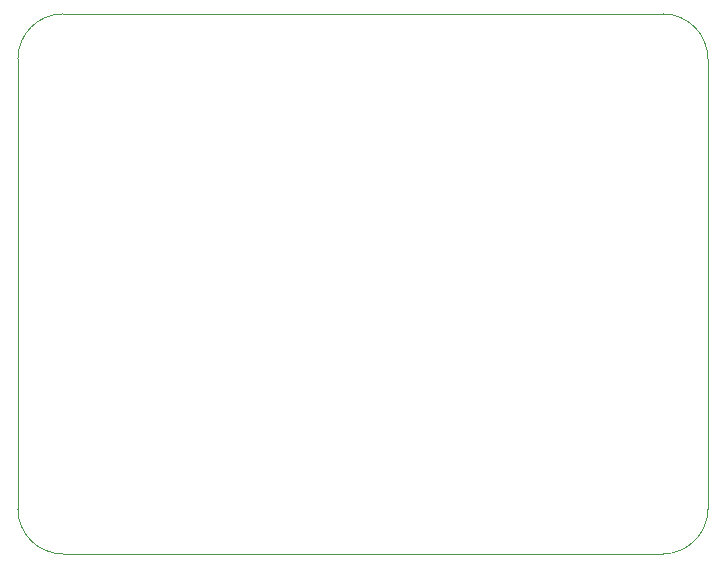
<source format=gbr>
G04 #@! TF.GenerationSoftware,KiCad,Pcbnew,8.0.1-rc1*
G04 #@! TF.CreationDate,2024-03-28T09:47:17-05:00*
G04 #@! TF.ProjectId,motor_control,6d6f746f-725f-4636-9f6e-74726f6c2e6b,1.0*
G04 #@! TF.SameCoordinates,Original*
G04 #@! TF.FileFunction,Profile,NP*
%FSLAX46Y46*%
G04 Gerber Fmt 4.6, Leading zero omitted, Abs format (unit mm)*
G04 Created by KiCad (PCBNEW 8.0.1-rc1) date 2024-03-28 09:47:17*
%MOMM*%
%LPD*%
G01*
G04 APERTURE LIST*
G04 #@! TA.AperFunction,Profile*
%ADD10C,0.100000*%
G04 #@! TD*
G04 APERTURE END LIST*
D10*
X114300000Y-118110000D02*
X114300001Y-80010001D01*
X114300001Y-80010001D02*
G75*
G02*
X118110001Y-76200001I3809999J1D01*
G01*
X118110000Y-121920000D02*
G75*
G02*
X114300000Y-118110000I0J3810000D01*
G01*
X172720000Y-118110000D02*
G75*
G02*
X168910000Y-121920000I-3810000J0D01*
G01*
X168910000Y-76200000D02*
G75*
G02*
X172720000Y-80010000I0J-3810000D01*
G01*
X118110001Y-76200001D02*
X168910000Y-76200000D01*
X172720000Y-80010000D02*
X172720000Y-118110000D01*
X168910000Y-121920000D02*
X118110000Y-121920000D01*
M02*

</source>
